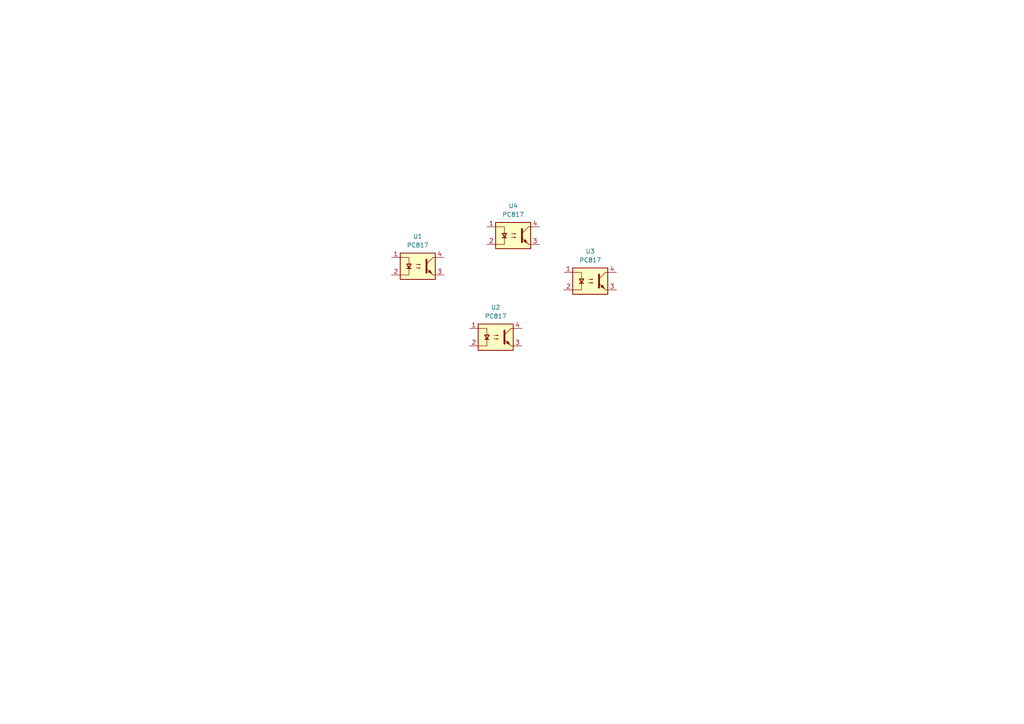
<source format=kicad_sch>
(kicad_sch (version 20230121) (generator eeschema)
  (paper "A4")
  (lib_symbols
    (symbol "Isolator:PC817" (pin_names (offset 1.016))
      (property "Reference" "U" (at -5.08 5.08 0))
      (property "Value" "PC817" (at 0 5.08 0))
      (symbol "PC817_0_1"
        (rectangle (start -5.08 3.81) (end 5.08 -3.81) (stroke (width 0.254)) (fill (type background)))
        (polyline (pts (xy -3.175 -0.635) (xy -1.905 -0.635)) (stroke (width 0.254)))
        (polyline (pts (xy 2.54 0.635) (xy 4.445 2.54)))
        (polyline (pts (xy 4.445 -2.54) (xy 2.54 -0.635)) (fill (type outline)))
        (polyline (pts (xy 4.445 -2.54) (xy 5.08 -2.54)))
        (polyline (pts (xy 4.445 2.54) (xy 5.08 2.54)))
        (polyline (pts (xy -5.08 2.54) (xy -2.54 2.54) (xy -2.54 -0.635)))
        (polyline (pts (xy -2.54 -0.635) (xy -2.54 -2.54) (xy -5.08 -2.54)))
        (polyline (pts (xy 2.54 1.905) (xy 2.54 -1.905) (xy 2.54 -1.905)) (stroke (width 0.508)))
        (polyline (pts (xy -2.54 -0.635) (xy -3.175 0.635) (xy -1.905 0.635) (xy -2.54 -0.635)) (stroke (width 0.254)))
        (polyline (pts (xy -0.508 -0.508) (xy 0.762 -0.508) (xy 0.381 -0.635) (xy 0.381 -0.381) (xy 0.762 -0.508)))
        (polyline (pts (xy -0.508 0.508) (xy 0.762 0.508) (xy 0.381 0.381) (xy 0.381 0.635) (xy 0.762 0.508)))
        (polyline (pts (xy 3.048 -1.651) (xy 3.556 -1.143) (xy 4.064 -2.159) (xy 3.048 -1.651) (xy 3.048 -1.651)) (fill (type outline)))
      )
      (symbol "PC817_1_1"
        (pin passive line (at -7.62 2.54 0) (length 2.54) (name "~") (number "1"))
        (pin passive line (at -7.62 -2.54 0) (length 2.54) (name "~") (number "2"))
        (pin passive line (at 7.62 -2.54 180) (length 2.54) (name "~") (number "3"))
        (pin passive line (at 7.62 2.54 180) (length 2.54) (name "~") (number "4"))
      )
    )
  )
  (symbol (lib_id "Isolator:PC817") (at 121.158 77.216 0) (unit 1)
    (property "Reference" "U1" (at 121.158 68.58 0))
    (property "Value" "PC817" (at 121.158 71.12 0))
    (property "Footprint" "Package_DIP:DIP-4_W7.62mm" (effects hide))
    (property "Datasheet" "http://www.soselectronic.cz/a_info/resource/d/pc817.pdf" (effects hide))
  )
  (symbol (lib_id "Isolator:PC817") (at 148.844 68.326 0) (unit 1)
    (property "Reference" "U4" (at 148.844 59.69 0))
    (property "Value" "PC817" (at 148.844 62.23 0))
    (property "Footprint" "Package_DIP:DIP-4_W7.62mm" (effects hide))
    (property "Datasheet" "http://www.soselectronic.cz/a_info/resource/d/pc817.pdf" (effects hide))
  )
  (symbol (lib_id "Isolator:PC817") (at 171.196 81.534 0) (unit 1)
    (property "Reference" "U3" (at 171.196 72.898 0))
    (property "Value" "PC817" (at 171.196 75.438 0))
    (property "Footprint" "Package_DIP:DIP-4_W7.62mm" (effects hide))
    (property "Datasheet" "http://www.soselectronic.cz/a_info/resource/d/pc817.pdf" (effects hide))
  )
  (symbol (lib_id "Isolator:PC817") (at 143.764 97.79 0) (unit 1)
    (property "Reference" "U2" (at 143.764 89.154 0))
    (property "Value" "PC817" (at 143.764 91.694 0))
    (property "Footprint" "Package_DIP:DIP-4_W7.62mm" (effects hide))
    (property "Datasheet" "http://www.soselectronic.cz/a_info/resource/d/pc817.pdf" (effects hide))
  )
)
</source>
